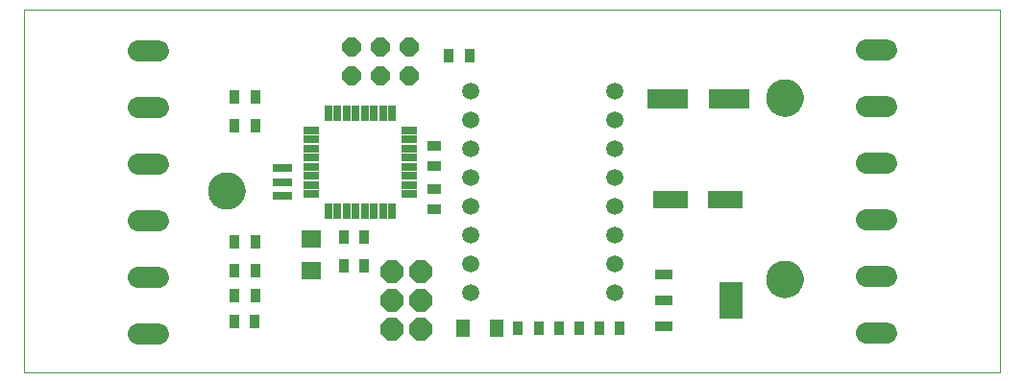
<source format=gts>
G75*
G70*
%OFA0B0*%
%FSLAX24Y24*%
%IPPOS*%
%LPD*%
%AMOC8*
5,1,8,0,0,1.08239X$1,22.5*
%
%ADD10C,0.0000*%
%ADD11C,0.1300*%
%ADD12R,0.0355X0.0512*%
%ADD13OC8,0.0640*%
%ADD14C,0.0594*%
%ADD15R,0.1418X0.0670*%
%ADD16R,0.0512X0.0355*%
%ADD17OC8,0.0780*%
%ADD18R,0.0709X0.0316*%
%ADD19R,0.0540X0.0260*%
%ADD20R,0.0260X0.0540*%
%ADD21R,0.0670X0.0591*%
%ADD22R,0.1221X0.0591*%
%ADD23R,0.0640X0.0360*%
%ADD24R,0.0790X0.1270*%
%ADD25R,0.0512X0.0591*%
%ADD26C,0.0745*%
D10*
X007188Y005731D02*
X007188Y018325D01*
X041042Y018325D01*
X041042Y005731D01*
X007188Y005731D01*
X013566Y012030D02*
X013568Y012080D01*
X013574Y012130D01*
X013584Y012179D01*
X013598Y012227D01*
X013615Y012274D01*
X013636Y012319D01*
X013661Y012363D01*
X013689Y012404D01*
X013721Y012443D01*
X013755Y012480D01*
X013792Y012514D01*
X013832Y012544D01*
X013874Y012571D01*
X013918Y012595D01*
X013964Y012616D01*
X014011Y012632D01*
X014059Y012645D01*
X014109Y012654D01*
X014158Y012659D01*
X014209Y012660D01*
X014259Y012657D01*
X014308Y012650D01*
X014357Y012639D01*
X014405Y012624D01*
X014451Y012606D01*
X014496Y012584D01*
X014539Y012558D01*
X014580Y012529D01*
X014619Y012497D01*
X014655Y012462D01*
X014687Y012424D01*
X014717Y012384D01*
X014744Y012341D01*
X014767Y012297D01*
X014786Y012251D01*
X014802Y012203D01*
X014814Y012154D01*
X014822Y012105D01*
X014826Y012055D01*
X014826Y012005D01*
X014822Y011955D01*
X014814Y011906D01*
X014802Y011857D01*
X014786Y011809D01*
X014767Y011763D01*
X014744Y011719D01*
X014717Y011676D01*
X014687Y011636D01*
X014655Y011598D01*
X014619Y011563D01*
X014580Y011531D01*
X014539Y011502D01*
X014496Y011476D01*
X014451Y011454D01*
X014405Y011436D01*
X014357Y011421D01*
X014308Y011410D01*
X014259Y011403D01*
X014209Y011400D01*
X014158Y011401D01*
X014109Y011406D01*
X014059Y011415D01*
X014011Y011428D01*
X013964Y011444D01*
X013918Y011465D01*
X013874Y011489D01*
X013832Y011516D01*
X013792Y011546D01*
X013755Y011580D01*
X013721Y011617D01*
X013689Y011656D01*
X013661Y011697D01*
X013636Y011741D01*
X013615Y011786D01*
X013598Y011833D01*
X013584Y011881D01*
X013574Y011930D01*
X013568Y011980D01*
X013566Y012030D01*
X032936Y008960D02*
X032938Y009010D01*
X032944Y009060D01*
X032954Y009109D01*
X032968Y009157D01*
X032985Y009204D01*
X033006Y009249D01*
X033031Y009293D01*
X033059Y009334D01*
X033091Y009373D01*
X033125Y009410D01*
X033162Y009444D01*
X033202Y009474D01*
X033244Y009501D01*
X033288Y009525D01*
X033334Y009546D01*
X033381Y009562D01*
X033429Y009575D01*
X033479Y009584D01*
X033528Y009589D01*
X033579Y009590D01*
X033629Y009587D01*
X033678Y009580D01*
X033727Y009569D01*
X033775Y009554D01*
X033821Y009536D01*
X033866Y009514D01*
X033909Y009488D01*
X033950Y009459D01*
X033989Y009427D01*
X034025Y009392D01*
X034057Y009354D01*
X034087Y009314D01*
X034114Y009271D01*
X034137Y009227D01*
X034156Y009181D01*
X034172Y009133D01*
X034184Y009084D01*
X034192Y009035D01*
X034196Y008985D01*
X034196Y008935D01*
X034192Y008885D01*
X034184Y008836D01*
X034172Y008787D01*
X034156Y008739D01*
X034137Y008693D01*
X034114Y008649D01*
X034087Y008606D01*
X034057Y008566D01*
X034025Y008528D01*
X033989Y008493D01*
X033950Y008461D01*
X033909Y008432D01*
X033866Y008406D01*
X033821Y008384D01*
X033775Y008366D01*
X033727Y008351D01*
X033678Y008340D01*
X033629Y008333D01*
X033579Y008330D01*
X033528Y008331D01*
X033479Y008336D01*
X033429Y008345D01*
X033381Y008358D01*
X033334Y008374D01*
X033288Y008395D01*
X033244Y008419D01*
X033202Y008446D01*
X033162Y008476D01*
X033125Y008510D01*
X033091Y008547D01*
X033059Y008586D01*
X033031Y008627D01*
X033006Y008671D01*
X032985Y008716D01*
X032968Y008763D01*
X032954Y008811D01*
X032944Y008860D01*
X032938Y008910D01*
X032936Y008960D01*
X032936Y015259D02*
X032938Y015309D01*
X032944Y015359D01*
X032954Y015408D01*
X032968Y015456D01*
X032985Y015503D01*
X033006Y015548D01*
X033031Y015592D01*
X033059Y015633D01*
X033091Y015672D01*
X033125Y015709D01*
X033162Y015743D01*
X033202Y015773D01*
X033244Y015800D01*
X033288Y015824D01*
X033334Y015845D01*
X033381Y015861D01*
X033429Y015874D01*
X033479Y015883D01*
X033528Y015888D01*
X033579Y015889D01*
X033629Y015886D01*
X033678Y015879D01*
X033727Y015868D01*
X033775Y015853D01*
X033821Y015835D01*
X033866Y015813D01*
X033909Y015787D01*
X033950Y015758D01*
X033989Y015726D01*
X034025Y015691D01*
X034057Y015653D01*
X034087Y015613D01*
X034114Y015570D01*
X034137Y015526D01*
X034156Y015480D01*
X034172Y015432D01*
X034184Y015383D01*
X034192Y015334D01*
X034196Y015284D01*
X034196Y015234D01*
X034192Y015184D01*
X034184Y015135D01*
X034172Y015086D01*
X034156Y015038D01*
X034137Y014992D01*
X034114Y014948D01*
X034087Y014905D01*
X034057Y014865D01*
X034025Y014827D01*
X033989Y014792D01*
X033950Y014760D01*
X033909Y014731D01*
X033866Y014705D01*
X033821Y014683D01*
X033775Y014665D01*
X033727Y014650D01*
X033678Y014639D01*
X033629Y014632D01*
X033579Y014629D01*
X033528Y014630D01*
X033479Y014635D01*
X033429Y014644D01*
X033381Y014657D01*
X033334Y014673D01*
X033288Y014694D01*
X033244Y014718D01*
X033202Y014745D01*
X033162Y014775D01*
X033125Y014809D01*
X033091Y014846D01*
X033059Y014885D01*
X033031Y014926D01*
X033006Y014970D01*
X032985Y015015D01*
X032968Y015062D01*
X032954Y015110D01*
X032944Y015159D01*
X032938Y015209D01*
X032936Y015259D01*
D11*
X033566Y015259D03*
X033566Y008960D03*
X014196Y012030D03*
D12*
X014483Y010263D03*
X015192Y010263D03*
X015192Y009263D03*
X014483Y009263D03*
X014483Y008381D03*
X015192Y008381D03*
X015168Y007475D03*
X014460Y007475D03*
X018271Y009412D03*
X018979Y009412D03*
X018979Y010412D03*
X018271Y010412D03*
X024318Y007256D03*
X025026Y007256D03*
X025743Y007256D03*
X026451Y007256D03*
X027143Y007256D03*
X027851Y007256D03*
X015192Y014294D03*
X014483Y014294D03*
X014483Y015294D03*
X015192Y015294D03*
X021924Y016731D03*
X022633Y016731D03*
D13*
X020542Y017013D03*
X019542Y017013D03*
X018542Y017013D03*
X018542Y016013D03*
X019542Y016013D03*
X020542Y016013D03*
D14*
X022672Y015481D03*
X022672Y014481D03*
X022672Y013481D03*
X022672Y012481D03*
X022672Y011481D03*
X022672Y010481D03*
X022672Y009481D03*
X022672Y008481D03*
X027672Y008481D03*
X027672Y009481D03*
X027672Y010481D03*
X027672Y011481D03*
X027672Y012481D03*
X027672Y013481D03*
X027672Y014481D03*
X027672Y015481D03*
D15*
X029503Y015231D03*
X031629Y015231D03*
D16*
X021416Y013582D03*
X021416Y012873D03*
X021424Y012089D03*
X021424Y011381D03*
D17*
X020936Y009227D03*
X019936Y009227D03*
X019936Y008227D03*
X020936Y008227D03*
X020936Y007227D03*
X019936Y007227D03*
D18*
X016149Y011857D03*
X016149Y012330D03*
X016149Y012802D03*
D19*
X017147Y012861D03*
X017147Y013176D03*
X017147Y013491D03*
X017147Y013806D03*
X017147Y014121D03*
X017147Y012546D03*
X017147Y012231D03*
X017147Y011916D03*
X020527Y011916D03*
X020527Y012231D03*
X020527Y012546D03*
X020527Y012861D03*
X020527Y013176D03*
X020527Y013491D03*
X020527Y013806D03*
X020527Y014121D03*
D20*
X019940Y014709D03*
X019625Y014709D03*
X019310Y014709D03*
X018995Y014709D03*
X018680Y014709D03*
X018365Y014709D03*
X018050Y014709D03*
X017735Y014709D03*
X017735Y011329D03*
X018050Y011329D03*
X018365Y011329D03*
X018680Y011329D03*
X018995Y011329D03*
X019310Y011329D03*
X019625Y011329D03*
X019940Y011329D03*
D21*
X017152Y010365D03*
X017152Y009263D03*
D22*
X029621Y011731D03*
X031511Y011731D03*
D23*
X029377Y009125D03*
X029377Y008231D03*
X029377Y007330D03*
D24*
X031716Y008231D03*
D25*
X023588Y007256D03*
X022407Y007256D03*
D26*
X011831Y007036D02*
X011126Y007036D01*
X011126Y009004D02*
X011831Y009004D01*
X011831Y010973D02*
X011126Y010973D01*
X011126Y012941D02*
X011831Y012941D01*
X011831Y014910D02*
X011126Y014910D01*
X011126Y016878D02*
X011831Y016878D01*
X036401Y016932D02*
X037106Y016932D01*
X037106Y014963D02*
X036401Y014963D01*
X036401Y012995D02*
X037106Y012995D01*
X037106Y011026D02*
X036401Y011026D01*
X036401Y009058D02*
X037106Y009058D01*
X037106Y007089D02*
X036401Y007089D01*
M02*

</source>
